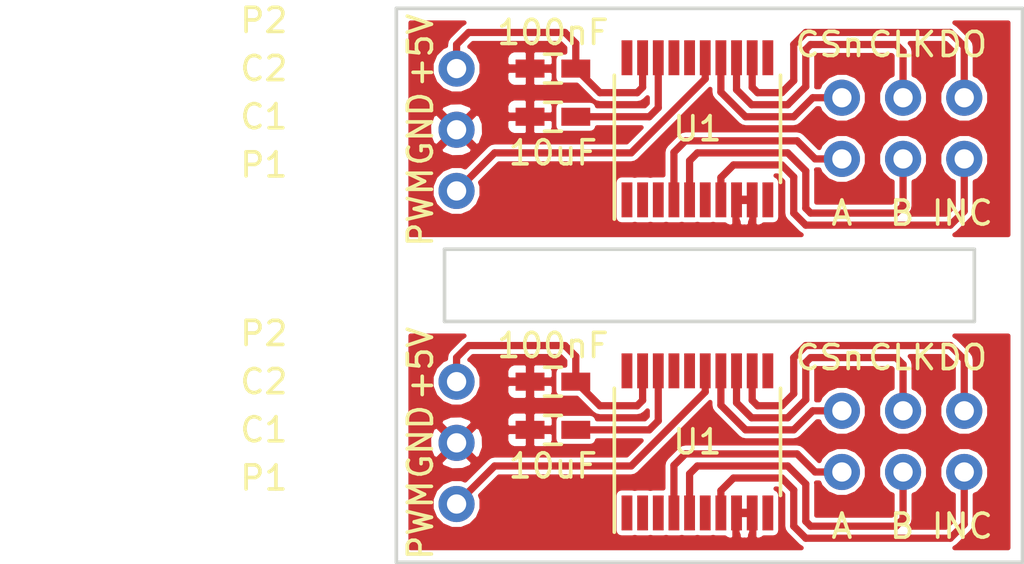
<source format=kicad_pcb>
(kicad_pcb (version 4) (host pcbnew 4.0.4-stable)

  (general
    (links 38)
    (no_connects 10)
    (area 13.924999 12.924999 40.075001 36.075001)
    (thickness 1.6)
    (drawings 31)
    (tracks 130)
    (zones 0)
    (modules 10)
    (nets 11)
  )

  (page A4)
  (layers
    (0 F.Cu signal)
    (31 B.Cu signal)
    (32 B.Adhes user)
    (33 F.Adhes user)
    (34 B.Paste user)
    (35 F.Paste user)
    (36 B.SilkS user)
    (37 F.SilkS user)
    (38 B.Mask user)
    (39 F.Mask user)
    (40 Dwgs.User user)
    (41 Cmts.User user)
    (42 Eco1.User user)
    (43 Eco2.User user)
    (44 Edge.Cuts user)
    (45 Margin user)
    (46 B.CrtYd user)
    (47 F.CrtYd user)
    (48 B.Fab user)
    (49 F.Fab user)
  )

  (setup
    (last_trace_width 0.3)
    (trace_clearance 0.1524)
    (zone_clearance 0.2)
    (zone_45_only no)
    (trace_min 0.1524)
    (segment_width 0.2)
    (edge_width 0.15)
    (via_size 0.6858)
    (via_drill 0.3302)
    (via_min_size 0.6858)
    (via_min_drill 0.3302)
    (uvia_size 0.762)
    (uvia_drill 0.508)
    (uvias_allowed no)
    (uvia_min_size 0)
    (uvia_min_drill 0)
    (pcb_text_width 0.3)
    (pcb_text_size 1.5 1.5)
    (mod_edge_width 0.15)
    (mod_text_size 1 1)
    (mod_text_width 0.15)
    (pad_size 1.2 0.75)
    (pad_drill 0)
    (pad_to_mask_clearance 0.2)
    (aux_axis_origin 0 0)
    (grid_origin 13 13)
    (visible_elements 7FFFFFFF)
    (pcbplotparams
      (layerselection 0x00000_00000001)
      (usegerberextensions false)
      (excludeedgelayer true)
      (linewidth 0.300000)
      (plotframeref false)
      (viasonmask false)
      (mode 1)
      (useauxorigin false)
      (hpglpennumber 1)
      (hpglpenspeed 20)
      (hpglpendiameter 15)
      (hpglpenoverlay 2)
      (psnegative false)
      (psa4output false)
      (plotreference false)
      (plotvalue false)
      (plotinvisibletext false)
      (padsonsilk false)
      (subtractmaskfromsilk false)
      (outputformat 1)
      (mirror false)
      (drillshape 0)
      (scaleselection 1)
      (outputdirectory Sensor_SVG/))
  )

  (net 0 "")
  (net 1 GND)
  (net 2 /A)
  (net 3 /B)
  (net 4 /INC)
  (net 5 "Net-(C1-Pad1)")
  (net 6 +5V)
  (net 7 /DO)
  (net 8 /PWM)
  (net 9 /CLK)
  (net 10 /CSn)

  (net_class Default "Dies ist die voreingestellte Netzklasse."
    (clearance 0.1524)
    (trace_width 0.3)
    (via_dia 0.6858)
    (via_drill 0.3302)
    (uvia_dia 0.762)
    (uvia_drill 0.508)
    (add_net +5V)
    (add_net /A)
    (add_net /B)
    (add_net /CLK)
    (add_net /CSn)
    (add_net /DO)
    (add_net /INC)
    (add_net /PWM)
    (add_net GND)
    (add_net "Net-(C1-Pad1)")
  )

  (module dro_footprints:Pin_Header_Straight_1x03 (layer F.Cu) (tedit 583C7A60) (tstamp 583C7FE7)
    (at 16.5 28.5)
    (descr "Through hole pin header")
    (tags "pin header")
    (path /5838720E)
    (fp_text reference P2 (at -8 -2) (layer F.SilkS)
      (effects (font (size 1 1) (thickness 0.15)))
    )
    (fp_text value CONN_01X03 (at -14 -2) (layer F.Fab)
      (effects (font (size 1 1) (thickness 0.15)))
    )
    (fp_line (start -1.75 -1.75) (end -1.75 6.85) (layer F.CrtYd) (width 0.05))
    (fp_line (start 1.75 -1.75) (end 1.75 6.85) (layer F.CrtYd) (width 0.05))
    (fp_line (start -1.75 -1.75) (end 1.75 -1.75) (layer F.CrtYd) (width 0.05))
    (fp_line (start -1.75 6.85) (end 1.75 6.85) (layer F.CrtYd) (width 0.05))
    (pad 1 thru_hole circle (at 0 0) (size 1.5 1.5) (drill 0.8) (layers F.Cu F.Mask)
      (net 6 +5V))
    (pad 2 thru_hole circle (at 0 2.54) (size 1.5 1.5) (drill 0.8) (layers F.Cu F.Mask)
      (net 1 GND))
    (pad 3 thru_hole circle (at 0 5.08) (size 1.5 1.5) (drill 0.8) (layers F.Cu F.Mask)
      (net 8 /PWM))
    (model Pin_Headers.3dshapes/Pin_Header_Straight_1x03.wrl
      (at (xyz 0 -0.1 0))
      (scale (xyz 1 1 1))
      (rotate (xyz 0 0 90))
    )
  )

  (module dro_footprints:Pin_Header_Straight_2x03 (layer F.Cu) (tedit 583C7ADE) (tstamp 583C7FDA)
    (at 32.5 32.25 90)
    (descr "Through hole pin header")
    (tags "pin header")
    (path /583871AD)
    (fp_text reference P1 (at -0.25 -24 180) (layer F.SilkS)
      (effects (font (size 1 1) (thickness 0.15)))
    )
    (fp_text value CONN_02X03 (at -0.25 -30 180) (layer F.Fab)
      (effects (font (size 1 1) (thickness 0.15)))
    )
    (fp_line (start -1.75 -1.75) (end -1.75 6.85) (layer F.CrtYd) (width 0.05))
    (fp_line (start 4.3 -1.75) (end 4.3 6.85) (layer F.CrtYd) (width 0.05))
    (fp_line (start -1.75 -1.75) (end 4.3 -1.75) (layer F.CrtYd) (width 0.05))
    (fp_line (start -1.75 6.85) (end 4.3 6.85) (layer F.CrtYd) (width 0.05))
    (pad 1 thru_hole circle (at 0 0 90) (size 1.5 1.5) (drill 0.8) (layers F.Cu F.Mask)
      (net 2 /A))
    (pad 2 thru_hole circle (at 2.54 0 90) (size 1.5 1.5) (drill 0.8) (layers F.Cu F.Mask)
      (net 10 /CSn))
    (pad 3 thru_hole circle (at 0 2.54 90) (size 1.5 1.5) (drill 0.8) (layers F.Cu F.Mask)
      (net 3 /B))
    (pad 4 thru_hole circle (at 2.54 2.54 90) (size 1.5 1.5) (drill 0.8) (layers F.Cu F.Mask)
      (net 9 /CLK))
    (pad 5 thru_hole circle (at 0 5.08 90) (size 1.5 1.5) (drill 0.8) (layers F.Cu F.Mask)
      (net 4 /INC))
    (pad 6 thru_hole circle (at 2.54 5.08 90) (size 1.5 1.5) (drill 0.8) (layers F.Cu F.Mask)
      (net 7 /DO))
    (model Pin_Headers.3dshapes/Pin_Header_Straight_2x03.wrl
      (at (xyz 0.05 -0.1 0))
      (scale (xyz 1 1 1))
      (rotate (xyz 0 0 90))
    )
  )

  (module Capacitors_SMD:C_0603_HandSoldering (layer F.Cu) (tedit 583C70A7) (tstamp 583C7FCB)
    (at 20.5 30.5 180)
    (descr "Capacitor SMD 0603, hand soldering")
    (tags "capacitor 0603")
    (path /583B67A4)
    (attr smd)
    (fp_text reference C1 (at 12 0 180) (layer F.SilkS)
      (effects (font (size 1 1) (thickness 0.15)))
    )
    (fp_text value 10uF (at 15 0 180) (layer F.Fab)
      (effects (font (size 1 1) (thickness 0.15)))
    )
    (fp_line (start -0.8 0.4) (end -0.8 -0.4) (layer F.Fab) (width 0.15))
    (fp_line (start 0.8 0.4) (end -0.8 0.4) (layer F.Fab) (width 0.15))
    (fp_line (start 0.8 -0.4) (end 0.8 0.4) (layer F.Fab) (width 0.15))
    (fp_line (start -0.8 -0.4) (end 0.8 -0.4) (layer F.Fab) (width 0.15))
    (fp_line (start -1.85 -0.75) (end 1.85 -0.75) (layer F.CrtYd) (width 0.05))
    (fp_line (start -1.85 0.75) (end 1.85 0.75) (layer F.CrtYd) (width 0.05))
    (fp_line (start -1.85 -0.75) (end -1.85 0.75) (layer F.CrtYd) (width 0.05))
    (fp_line (start 1.85 -0.75) (end 1.85 0.75) (layer F.CrtYd) (width 0.05))
    (fp_line (start -0.35 -0.6) (end 0.35 -0.6) (layer F.SilkS) (width 0.15))
    (fp_line (start 0.35 0.6) (end -0.35 0.6) (layer F.SilkS) (width 0.15))
    (pad 1 smd rect (at -0.95 0 180) (size 1.2 0.75) (layers F.Cu F.Paste F.Mask)
      (net 5 "Net-(C1-Pad1)"))
    (pad 2 smd rect (at 0.95 0 180) (size 1.2 0.75) (layers F.Cu F.Paste F.Mask)
      (net 1 GND))
    (model Capacitors_SMD.3dshapes/C_0603_HandSoldering.wrl
      (at (xyz 0 0 0))
      (scale (xyz 1 1 1))
      (rotate (xyz 0 0 0))
    )
  )

  (module Housings_SSOP:TSSOP-20_4.4x6.5mm_Pitch0.65mm (layer F.Cu) (tedit 583ACC32) (tstamp 583C7FA9)
    (at 26.5 31 90)
    (descr "20-Lead Plastic Thin Shrink Small Outline (ST)-4.4 mm Body [TSSOP] (see Microchip Packaging Specification 00000049BS.pdf)")
    (tags "SSOP 0.65")
    (path /58387FF7)
    (attr smd)
    (fp_text reference U1 (at 0 0 180) (layer F.SilkS)
      (effects (font (size 1 1) (thickness 0.15)))
    )
    (fp_text value AS5311 (at 1.27 0 180) (layer F.Fab)
      (effects (font (size 1 1) (thickness 0.15)))
    )
    (fp_line (start -1.2 -3.25) (end 2.2 -3.25) (layer F.Fab) (width 0.15))
    (fp_line (start 2.2 -3.25) (end 2.2 3.25) (layer F.Fab) (width 0.15))
    (fp_line (start 2.2 3.25) (end -2.2 3.25) (layer F.Fab) (width 0.15))
    (fp_line (start -2.2 3.25) (end -2.2 -2.25) (layer F.Fab) (width 0.15))
    (fp_line (start -2.2 -2.25) (end -1.2 -3.25) (layer F.Fab) (width 0.15))
    (fp_line (start -3.95 -3.55) (end -3.95 3.55) (layer F.CrtYd) (width 0.05))
    (fp_line (start 3.95 -3.55) (end 3.95 3.55) (layer F.CrtYd) (width 0.05))
    (fp_line (start -3.95 -3.55) (end 3.95 -3.55) (layer F.CrtYd) (width 0.05))
    (fp_line (start -3.95 3.55) (end 3.95 3.55) (layer F.CrtYd) (width 0.05))
    (fp_line (start -2.225 3.45) (end 2.225 3.45) (layer F.SilkS) (width 0.15))
    (fp_line (start -3.75 -3.45) (end 2.225 -3.45) (layer F.SilkS) (width 0.15))
    (pad 1 smd rect (at -2.95 -2.925 90) (size 1.45 0.45) (layers F.Cu F.Paste F.Mask))
    (pad 2 smd rect (at -2.95 -2.275 90) (size 1.45 0.45) (layers F.Cu F.Paste F.Mask))
    (pad 3 smd rect (at -2.95 -1.625 90) (size 1.45 0.45) (layers F.Cu F.Paste F.Mask))
    (pad 4 smd rect (at -2.95 -0.975 90) (size 1.45 0.45) (layers F.Cu F.Paste F.Mask)
      (net 2 /A))
    (pad 5 smd rect (at -2.95 -0.325 90) (size 1.45 0.45) (layers F.Cu F.Paste F.Mask)
      (net 3 /B))
    (pad 6 smd rect (at -2.95 0.325 90) (size 1.45 0.45) (layers F.Cu F.Paste F.Mask))
    (pad 7 smd rect (at -2.95 0.975 90) (size 1.45 0.45) (layers F.Cu F.Paste F.Mask)
      (net 4 /INC))
    (pad 8 smd rect (at -2.95 1.625 90) (size 1.45 0.45) (layers F.Cu F.Paste F.Mask)
      (net 1 GND))
    (pad 9 smd rect (at -2.95 2.275 90) (size 1.45 0.45) (layers F.Cu F.Paste F.Mask)
      (net 1 GND))
    (pad 10 smd rect (at -2.95 2.925 90) (size 1.45 0.45) (layers F.Cu F.Paste F.Mask))
    (pad 11 smd rect (at 2.95 2.925 90) (size 1.45 0.45) (layers F.Cu F.Paste F.Mask))
    (pad 12 smd rect (at 2.95 2.275 90) (size 1.45 0.45) (layers F.Cu F.Paste F.Mask)
      (net 7 /DO))
    (pad 13 smd rect (at 2.95 1.625 90) (size 1.45 0.45) (layers F.Cu F.Paste F.Mask)
      (net 9 /CLK))
    (pad 14 smd rect (at 2.95 0.975 90) (size 1.45 0.45) (layers F.Cu F.Paste F.Mask)
      (net 10 /CSn))
    (pad 15 smd rect (at 2.95 0.325 90) (size 1.45 0.45) (layers F.Cu F.Paste F.Mask)
      (net 8 /PWM))
    (pad 16 smd rect (at 2.95 -0.325 90) (size 1.45 0.45) (layers F.Cu F.Paste F.Mask))
    (pad 17 smd rect (at 2.95 -0.975 90) (size 1.45 0.45) (layers F.Cu F.Paste F.Mask))
    (pad 18 smd rect (at 2.95 -1.625 90) (size 1.45 0.45) (layers F.Cu F.Paste F.Mask)
      (net 5 "Net-(C1-Pad1)"))
    (pad 19 smd rect (at 2.95 -2.275 90) (size 1.45 0.45) (layers F.Cu F.Paste F.Mask)
      (net 6 +5V))
    (pad 20 smd rect (at 2.95 -2.925 90) (size 1.45 0.45) (layers F.Cu F.Paste F.Mask))
    (model Housings_SSOP.3dshapes/TSSOP-20_4.4x6.5mm_Pitch0.65mm.wrl
      (at (xyz 0 0 0))
      (scale (xyz 1 1 1))
      (rotate (xyz 0 0 0))
    )
  )

  (module Capacitors_SMD:C_0603_HandSoldering (layer F.Cu) (tedit 583C7C29) (tstamp 583C7F9A)
    (at 20.5 28.5 180)
    (descr "Capacitor SMD 0603, hand soldering")
    (tags "capacitor 0603")
    (path /583874B9)
    (attr smd)
    (fp_text reference C2 (at 12 0 360) (layer F.SilkS)
      (effects (font (size 1 1) (thickness 0.15)))
    )
    (fp_text value 100nF (at 15.5 0 360) (layer F.Fab)
      (effects (font (size 1 1) (thickness 0.15)))
    )
    (fp_line (start -0.8 0.4) (end -0.8 -0.4) (layer F.Fab) (width 0.15))
    (fp_line (start 0.8 0.4) (end -0.8 0.4) (layer F.Fab) (width 0.15))
    (fp_line (start 0.8 -0.4) (end 0.8 0.4) (layer F.Fab) (width 0.15))
    (fp_line (start -0.8 -0.4) (end 0.8 -0.4) (layer F.Fab) (width 0.15))
    (fp_line (start -1.85 -0.75) (end 1.85 -0.75) (layer F.CrtYd) (width 0.05))
    (fp_line (start -1.85 0.75) (end 1.85 0.75) (layer F.CrtYd) (width 0.05))
    (fp_line (start -1.85 -0.75) (end -1.85 0.75) (layer F.CrtYd) (width 0.05))
    (fp_line (start 1.85 -0.75) (end 1.85 0.75) (layer F.CrtYd) (width 0.05))
    (fp_line (start -0.35 -0.6) (end 0.35 -0.6) (layer F.SilkS) (width 0.15))
    (fp_line (start 0.35 0.6) (end -0.35 0.6) (layer F.SilkS) (width 0.15))
    (pad 1 smd rect (at -0.95 0 180) (size 1.2 0.75) (layers F.Cu F.Paste F.Mask)
      (net 6 +5V))
    (pad 2 smd rect (at 0.95 0 180) (size 1.2 0.75) (layers F.Cu F.Paste F.Mask)
      (net 1 GND))
    (model Capacitors_SMD.3dshapes/C_0603_HandSoldering.wrl
      (at (xyz 0 0 0))
      (scale (xyz 1 1 1))
      (rotate (xyz 0 0 0))
    )
  )

  (module Capacitors_SMD:C_0603_HandSoldering (layer F.Cu) (tedit 583C7C29) (tstamp 58388191)
    (at 20.5 15.5 180)
    (descr "Capacitor SMD 0603, hand soldering")
    (tags "capacitor 0603")
    (path /583874B9)
    (attr smd)
    (fp_text reference C2 (at 12 0 360) (layer F.SilkS)
      (effects (font (size 1 1) (thickness 0.15)))
    )
    (fp_text value 100nF (at 15.5 0 360) (layer F.Fab)
      (effects (font (size 1 1) (thickness 0.15)))
    )
    (fp_line (start -0.8 0.4) (end -0.8 -0.4) (layer F.Fab) (width 0.15))
    (fp_line (start 0.8 0.4) (end -0.8 0.4) (layer F.Fab) (width 0.15))
    (fp_line (start 0.8 -0.4) (end 0.8 0.4) (layer F.Fab) (width 0.15))
    (fp_line (start -0.8 -0.4) (end 0.8 -0.4) (layer F.Fab) (width 0.15))
    (fp_line (start -1.85 -0.75) (end 1.85 -0.75) (layer F.CrtYd) (width 0.05))
    (fp_line (start -1.85 0.75) (end 1.85 0.75) (layer F.CrtYd) (width 0.05))
    (fp_line (start -1.85 -0.75) (end -1.85 0.75) (layer F.CrtYd) (width 0.05))
    (fp_line (start 1.85 -0.75) (end 1.85 0.75) (layer F.CrtYd) (width 0.05))
    (fp_line (start -0.35 -0.6) (end 0.35 -0.6) (layer F.SilkS) (width 0.15))
    (fp_line (start 0.35 0.6) (end -0.35 0.6) (layer F.SilkS) (width 0.15))
    (pad 1 smd rect (at -0.95 0 180) (size 1.2 0.75) (layers F.Cu F.Paste F.Mask)
      (net 6 +5V))
    (pad 2 smd rect (at 0.95 0 180) (size 1.2 0.75) (layers F.Cu F.Paste F.Mask)
      (net 1 GND))
    (model Capacitors_SMD.3dshapes/C_0603_HandSoldering.wrl
      (at (xyz 0 0 0))
      (scale (xyz 1 1 1))
      (rotate (xyz 0 0 0))
    )
  )

  (module Housings_SSOP:TSSOP-20_4.4x6.5mm_Pitch0.65mm (layer F.Cu) (tedit 583ACC32) (tstamp 583881B5)
    (at 26.5 18 90)
    (descr "20-Lead Plastic Thin Shrink Small Outline (ST)-4.4 mm Body [TSSOP] (see Microchip Packaging Specification 00000049BS.pdf)")
    (tags "SSOP 0.65")
    (path /58387FF7)
    (attr smd)
    (fp_text reference U1 (at 0 0 180) (layer F.SilkS)
      (effects (font (size 1 1) (thickness 0.15)))
    )
    (fp_text value AS5311 (at 1.27 0 180) (layer F.Fab)
      (effects (font (size 1 1) (thickness 0.15)))
    )
    (fp_line (start -1.2 -3.25) (end 2.2 -3.25) (layer F.Fab) (width 0.15))
    (fp_line (start 2.2 -3.25) (end 2.2 3.25) (layer F.Fab) (width 0.15))
    (fp_line (start 2.2 3.25) (end -2.2 3.25) (layer F.Fab) (width 0.15))
    (fp_line (start -2.2 3.25) (end -2.2 -2.25) (layer F.Fab) (width 0.15))
    (fp_line (start -2.2 -2.25) (end -1.2 -3.25) (layer F.Fab) (width 0.15))
    (fp_line (start -3.95 -3.55) (end -3.95 3.55) (layer F.CrtYd) (width 0.05))
    (fp_line (start 3.95 -3.55) (end 3.95 3.55) (layer F.CrtYd) (width 0.05))
    (fp_line (start -3.95 -3.55) (end 3.95 -3.55) (layer F.CrtYd) (width 0.05))
    (fp_line (start -3.95 3.55) (end 3.95 3.55) (layer F.CrtYd) (width 0.05))
    (fp_line (start -2.225 3.45) (end 2.225 3.45) (layer F.SilkS) (width 0.15))
    (fp_line (start -3.75 -3.45) (end 2.225 -3.45) (layer F.SilkS) (width 0.15))
    (pad 1 smd rect (at -2.95 -2.925 90) (size 1.45 0.45) (layers F.Cu F.Paste F.Mask))
    (pad 2 smd rect (at -2.95 -2.275 90) (size 1.45 0.45) (layers F.Cu F.Paste F.Mask))
    (pad 3 smd rect (at -2.95 -1.625 90) (size 1.45 0.45) (layers F.Cu F.Paste F.Mask))
    (pad 4 smd rect (at -2.95 -0.975 90) (size 1.45 0.45) (layers F.Cu F.Paste F.Mask)
      (net 2 /A))
    (pad 5 smd rect (at -2.95 -0.325 90) (size 1.45 0.45) (layers F.Cu F.Paste F.Mask)
      (net 3 /B))
    (pad 6 smd rect (at -2.95 0.325 90) (size 1.45 0.45) (layers F.Cu F.Paste F.Mask))
    (pad 7 smd rect (at -2.95 0.975 90) (size 1.45 0.45) (layers F.Cu F.Paste F.Mask)
      (net 4 /INC))
    (pad 8 smd rect (at -2.95 1.625 90) (size 1.45 0.45) (layers F.Cu F.Paste F.Mask)
      (net 1 GND))
    (pad 9 smd rect (at -2.95 2.275 90) (size 1.45 0.45) (layers F.Cu F.Paste F.Mask)
      (net 1 GND))
    (pad 10 smd rect (at -2.95 2.925 90) (size 1.45 0.45) (layers F.Cu F.Paste F.Mask))
    (pad 11 smd rect (at 2.95 2.925 90) (size 1.45 0.45) (layers F.Cu F.Paste F.Mask))
    (pad 12 smd rect (at 2.95 2.275 90) (size 1.45 0.45) (layers F.Cu F.Paste F.Mask)
      (net 7 /DO))
    (pad 13 smd rect (at 2.95 1.625 90) (size 1.45 0.45) (layers F.Cu F.Paste F.Mask)
      (net 9 /CLK))
    (pad 14 smd rect (at 2.95 0.975 90) (size 1.45 0.45) (layers F.Cu F.Paste F.Mask)
      (net 10 /CSn))
    (pad 15 smd rect (at 2.95 0.325 90) (size 1.45 0.45) (layers F.Cu F.Paste F.Mask)
      (net 8 /PWM))
    (pad 16 smd rect (at 2.95 -0.325 90) (size 1.45 0.45) (layers F.Cu F.Paste F.Mask))
    (pad 17 smd rect (at 2.95 -0.975 90) (size 1.45 0.45) (layers F.Cu F.Paste F.Mask))
    (pad 18 smd rect (at 2.95 -1.625 90) (size 1.45 0.45) (layers F.Cu F.Paste F.Mask)
      (net 5 "Net-(C1-Pad1)"))
    (pad 19 smd rect (at 2.95 -2.275 90) (size 1.45 0.45) (layers F.Cu F.Paste F.Mask)
      (net 6 +5V))
    (pad 20 smd rect (at 2.95 -2.925 90) (size 1.45 0.45) (layers F.Cu F.Paste F.Mask))
    (model Housings_SSOP.3dshapes/TSSOP-20_4.4x6.5mm_Pitch0.65mm.wrl
      (at (xyz 0 0 0))
      (scale (xyz 1 1 1))
      (rotate (xyz 0 0 0))
    )
  )

  (module Capacitors_SMD:C_0603_HandSoldering (layer F.Cu) (tedit 583C70A7) (tstamp 583B6361)
    (at 20.5 17.5 180)
    (descr "Capacitor SMD 0603, hand soldering")
    (tags "capacitor 0603")
    (path /583B67A4)
    (attr smd)
    (fp_text reference C1 (at 12 0 180) (layer F.SilkS)
      (effects (font (size 1 1) (thickness 0.15)))
    )
    (fp_text value 10uF (at 15 0 180) (layer F.Fab)
      (effects (font (size 1 1) (thickness 0.15)))
    )
    (fp_line (start -0.8 0.4) (end -0.8 -0.4) (layer F.Fab) (width 0.15))
    (fp_line (start 0.8 0.4) (end -0.8 0.4) (layer F.Fab) (width 0.15))
    (fp_line (start 0.8 -0.4) (end 0.8 0.4) (layer F.Fab) (width 0.15))
    (fp_line (start -0.8 -0.4) (end 0.8 -0.4) (layer F.Fab) (width 0.15))
    (fp_line (start -1.85 -0.75) (end 1.85 -0.75) (layer F.CrtYd) (width 0.05))
    (fp_line (start -1.85 0.75) (end 1.85 0.75) (layer F.CrtYd) (width 0.05))
    (fp_line (start -1.85 -0.75) (end -1.85 0.75) (layer F.CrtYd) (width 0.05))
    (fp_line (start 1.85 -0.75) (end 1.85 0.75) (layer F.CrtYd) (width 0.05))
    (fp_line (start -0.35 -0.6) (end 0.35 -0.6) (layer F.SilkS) (width 0.15))
    (fp_line (start 0.35 0.6) (end -0.35 0.6) (layer F.SilkS) (width 0.15))
    (pad 1 smd rect (at -0.95 0 180) (size 1.2 0.75) (layers F.Cu F.Paste F.Mask)
      (net 5 "Net-(C1-Pad1)"))
    (pad 2 smd rect (at 0.95 0 180) (size 1.2 0.75) (layers F.Cu F.Paste F.Mask)
      (net 1 GND))
    (model Capacitors_SMD.3dshapes/C_0603_HandSoldering.wrl
      (at (xyz 0 0 0))
      (scale (xyz 1 1 1))
      (rotate (xyz 0 0 0))
    )
  )

  (module dro_footprints:Pin_Header_Straight_2x03 (layer F.Cu) (tedit 583C7ADE) (tstamp 583C7F6E)
    (at 32.5 19.25 90)
    (descr "Through hole pin header")
    (tags "pin header")
    (path /583871AD)
    (fp_text reference P1 (at -0.25 -24 180) (layer F.SilkS)
      (effects (font (size 1 1) (thickness 0.15)))
    )
    (fp_text value CONN_02X03 (at -0.25 -30 180) (layer F.Fab)
      (effects (font (size 1 1) (thickness 0.15)))
    )
    (fp_line (start -1.75 -1.75) (end -1.75 6.85) (layer F.CrtYd) (width 0.05))
    (fp_line (start 4.3 -1.75) (end 4.3 6.85) (layer F.CrtYd) (width 0.05))
    (fp_line (start -1.75 -1.75) (end 4.3 -1.75) (layer F.CrtYd) (width 0.05))
    (fp_line (start -1.75 6.85) (end 4.3 6.85) (layer F.CrtYd) (width 0.05))
    (pad 1 thru_hole circle (at 0 0 90) (size 1.5 1.5) (drill 0.8) (layers F.Cu F.Mask)
      (net 2 /A))
    (pad 2 thru_hole circle (at 2.54 0 90) (size 1.5 1.5) (drill 0.8) (layers F.Cu F.Mask)
      (net 10 /CSn))
    (pad 3 thru_hole circle (at 0 2.54 90) (size 1.5 1.5) (drill 0.8) (layers F.Cu F.Mask)
      (net 3 /B))
    (pad 4 thru_hole circle (at 2.54 2.54 90) (size 1.5 1.5) (drill 0.8) (layers F.Cu F.Mask)
      (net 9 /CLK))
    (pad 5 thru_hole circle (at 0 5.08 90) (size 1.5 1.5) (drill 0.8) (layers F.Cu F.Mask)
      (net 4 /INC))
    (pad 6 thru_hole circle (at 2.54 5.08 90) (size 1.5 1.5) (drill 0.8) (layers F.Cu F.Mask)
      (net 7 /DO))
    (model Pin_Headers.3dshapes/Pin_Header_Straight_2x03.wrl
      (at (xyz 0.05 -0.1 0))
      (scale (xyz 1 1 1))
      (rotate (xyz 0 0 90))
    )
  )

  (module dro_footprints:Pin_Header_Straight_1x03 (layer F.Cu) (tedit 583C7A60) (tstamp 583C7F7B)
    (at 16.5 15.5)
    (descr "Through hole pin header")
    (tags "pin header")
    (path /5838720E)
    (fp_text reference P2 (at -8 -2) (layer F.SilkS)
      (effects (font (size 1 1) (thickness 0.15)))
    )
    (fp_text value CONN_01X03 (at -14 -2) (layer F.Fab)
      (effects (font (size 1 1) (thickness 0.15)))
    )
    (fp_line (start -1.75 -1.75) (end -1.75 6.85) (layer F.CrtYd) (width 0.05))
    (fp_line (start 1.75 -1.75) (end 1.75 6.85) (layer F.CrtYd) (width 0.05))
    (fp_line (start -1.75 -1.75) (end 1.75 -1.75) (layer F.CrtYd) (width 0.05))
    (fp_line (start -1.75 6.85) (end 1.75 6.85) (layer F.CrtYd) (width 0.05))
    (pad 1 thru_hole circle (at 0 0) (size 1.5 1.5) (drill 0.8) (layers F.Cu F.Mask)
      (net 6 +5V))
    (pad 2 thru_hole circle (at 0 2.54) (size 1.5 1.5) (drill 0.8) (layers F.Cu F.Mask)
      (net 1 GND))
    (pad 3 thru_hole circle (at 0 5.08) (size 1.5 1.5) (drill 0.8) (layers F.Cu F.Mask)
      (net 8 /PWM))
    (model Pin_Headers.3dshapes/Pin_Header_Straight_1x03.wrl
      (at (xyz 0 -0.1 0))
      (scale (xyz 1 1 1))
      (rotate (xyz 0 0 90))
    )
  )

  (gr_text A (at 32.5 34.5) (layer F.SilkS) (tstamp 583C803C)
    (effects (font (size 1 1) (thickness 0.15)))
  )
  (gr_text B (at 35 34.5) (layer F.SilkS) (tstamp 583C803B)
    (effects (font (size 1 1) (thickness 0.15)))
  )
  (gr_text GND (at 15 31 90) (layer F.SilkS) (tstamp 583C803A)
    (effects (font (size 1 1) (thickness 0.15)))
  )
  (gr_text +5V (at 15 27.75 90) (layer F.SilkS) (tstamp 583C8039)
    (effects (font (size 1 1) (thickness 0.15)))
  )
  (gr_text INC (at 37.5 34.5) (layer F.SilkS) (tstamp 583C8038)
    (effects (font (size 1 1) (thickness 0.15)))
  )
  (gr_text 100nF (at 20.5 27) (layer F.SilkS) (tstamp 583C8037)
    (effects (font (size 1 1) (thickness 0.15)))
  )
  (gr_text 10uF (at 20.5 32) (layer F.SilkS) (tstamp 583C8036)
    (effects (font (size 1 1) (thickness 0.15)))
  )
  (gr_text CSn (at 32 27.5) (layer F.SilkS) (tstamp 583C8035)
    (effects (font (size 1 1) (thickness 0.15)))
  )
  (gr_text CLK (at 35 27.5) (layer F.SilkS) (tstamp 583C8034)
    (effects (font (size 1 1) (thickness 0.15)))
  )
  (gr_text DO (at 37.5 27.5) (layer F.SilkS) (tstamp 583C8033)
    (effects (font (size 1 1) (thickness 0.15)))
  )
  (gr_text PWM (at 15 34.25 90) (layer F.SilkS) (tstamp 583C8032)
    (effects (font (size 1 1) (thickness 0.15)))
  )
  (gr_text PWM (at 15 21.25 90) (layer F.SilkS)
    (effects (font (size 1 1) (thickness 0.15)))
  )
  (gr_line (start 38 26) (end 16 26) (angle 90) (layer Edge.Cuts) (width 0.15))
  (gr_line (start 38 23) (end 38 26) (angle 90) (layer Edge.Cuts) (width 0.15))
  (gr_line (start 16 23) (end 38 23) (angle 90) (layer Edge.Cuts) (width 0.15))
  (gr_line (start 40 36) (end 14 36) (angle 90) (layer Edge.Cuts) (width 0.15))
  (gr_line (start 40 13) (end 40 36) (angle 90) (layer Edge.Cuts) (width 0.15))
  (gr_line (start 14 13) (end 40 13) (angle 90) (layer Edge.Cuts) (width 0.15))
  (gr_text DO (at 37.5 14.5) (layer F.SilkS)
    (effects (font (size 1 1) (thickness 0.15)))
  )
  (gr_text CLK (at 35 14.5) (layer F.SilkS)
    (effects (font (size 1 1) (thickness 0.15)))
  )
  (gr_text CSn (at 32 14.5) (layer F.SilkS)
    (effects (font (size 1 1) (thickness 0.15)))
  )
  (gr_text 10uF (at 20.5 19) (layer F.SilkS)
    (effects (font (size 1 1) (thickness 0.15)))
  )
  (gr_line (start 14 36) (end 14 13) (angle 90) (layer Edge.Cuts) (width 0.15))
  (gr_line (start 16 23) (end 16 26) (angle 90) (layer Edge.Cuts) (width 0.15))
  (gr_text 100nF (at 20.5 14) (layer F.SilkS)
    (effects (font (size 1 1) (thickness 0.15)))
  )
  (gr_text INC (at 37.5 21.5) (layer F.SilkS)
    (effects (font (size 1 1) (thickness 0.15)))
  )
  (gr_text +5V (at 15 14.75 90) (layer F.SilkS)
    (effects (font (size 1 1) (thickness 0.15)))
  )
  (gr_text GND (at 15 18 90) (layer F.SilkS)
    (effects (font (size 1 1) (thickness 0.15)))
  )
  (gr_text B (at 35 21.5) (layer F.SilkS)
    (effects (font (size 1 1) (thickness 0.15)))
  )
  (gr_text A (at 32.5 21.5) (layer F.SilkS)
    (effects (font (size 1 1) (thickness 0.15)))
  )
  (gr_text "cut out" (at 24 24.5) (layer Dwgs.User)
    (effects (font (size 1.5 1.5) (thickness 0.3)))
  )

  (segment (start 16.96 31.5) (end 16.5 31.04) (width 0.3) (layer F.Cu) (net 1) (tstamp 583C7FF2))
  (segment (start 19.55 28.5) (end 19.55 28.55) (width 0.3) (layer F.Cu) (net 1) (tstamp 583C7FF1) (status 30))
  (segment (start 19.55 15.5) (end 19.55 15.55) (width 0.3) (layer F.Cu) (net 1) (status 30))
  (segment (start 16.96 18.5) (end 16.5 18.04) (width 0.3) (layer F.Cu) (net 1) (tstamp 583C71A4))
  (segment (start 25.525 31.975) (end 26 31.5) (width 0.3) (layer F.Cu) (net 2) (tstamp 583C7FF7))
  (segment (start 26 31.5) (end 30.639794 31.5) (width 0.3) (layer F.Cu) (net 2) (tstamp 583C7FF6))
  (segment (start 30.639794 31.5) (end 31.389794 32.25) (width 0.3) (layer F.Cu) (net 2) (tstamp 583C7FF5))
  (segment (start 31.389794 32.25) (end 32.5 32.25) (width 0.3) (layer F.Cu) (net 2) (tstamp 583C7FF4))
  (segment (start 25.525 33.95) (end 25.525 31.975) (width 0.3) (layer F.Cu) (net 2) (tstamp 583C7FF3))
  (segment (start 25.525 20.95) (end 25.525 18.975) (width 0.3) (layer F.Cu) (net 2))
  (segment (start 31.389794 19.25) (end 32.5 19.25) (width 0.3) (layer F.Cu) (net 2) (tstamp 583C7531))
  (segment (start 30.639794 18.5) (end 31.389794 19.25) (width 0.3) (layer F.Cu) (net 2) (tstamp 583C752A))
  (segment (start 26 18.5) (end 30.639794 18.5) (width 0.3) (layer F.Cu) (net 2) (tstamp 583C751E))
  (segment (start 25.525 18.975) (end 26 18.5) (width 0.3) (layer F.Cu) (net 2) (tstamp 583C751A))
  (segment (start 26.175 32.325) (end 26.5 32) (width 0.3) (layer F.Cu) (net 3) (tstamp 583C8000))
  (segment (start 26.5 32) (end 30.25 32) (width 0.3) (layer F.Cu) (net 3) (tstamp 583C7FFF))
  (segment (start 30.25 32) (end 31 32.75) (width 0.3) (layer F.Cu) (net 3) (tstamp 583C7FFE))
  (segment (start 31 32.75) (end 31 34.297598) (width 0.3) (layer F.Cu) (net 3) (tstamp 583C7FFD))
  (segment (start 31 34.297598) (end 31.202402 34.5) (width 0.3) (layer F.Cu) (net 3) (tstamp 583C7FFC))
  (segment (start 31.202402 34.5) (end 34.75 34.5) (width 0.3) (layer F.Cu) (net 3) (tstamp 583C7FFB))
  (segment (start 34.75 34.5) (end 35.04 34.21) (width 0.3) (layer F.Cu) (net 3) (tstamp 583C7FFA))
  (segment (start 35.04 34.21) (end 35.04 32.25) (width 0.3) (layer F.Cu) (net 3) (tstamp 583C7FF9))
  (segment (start 26.175 33.95) (end 26.175 32.325) (width 0.3) (layer F.Cu) (net 3) (tstamp 583C7FF8))
  (segment (start 26.175 20.95) (end 26.175 19.325) (width 0.3) (layer F.Cu) (net 3))
  (segment (start 35.04 21.21) (end 35.04 19.25) (width 0.3) (layer F.Cu) (net 3) (tstamp 583C756C))
  (segment (start 34.75 21.5) (end 35.04 21.21) (width 0.3) (layer F.Cu) (net 3) (tstamp 583C756A))
  (segment (start 31.202402 21.5) (end 34.75 21.5) (width 0.3) (layer F.Cu) (net 3) (tstamp 583C7566))
  (segment (start 31 21.297598) (end 31.202402 21.5) (width 0.3) (layer F.Cu) (net 3) (tstamp 583C7565))
  (segment (start 31 19.75) (end 31 21.297598) (width 0.3) (layer F.Cu) (net 3) (tstamp 583C7561))
  (segment (start 30.25 19) (end 31 19.75) (width 0.3) (layer F.Cu) (net 3) (tstamp 583C755B))
  (segment (start 26.5 19) (end 30.25 19) (width 0.3) (layer F.Cu) (net 3) (tstamp 583C7557))
  (segment (start 26.175 19.325) (end 26.5 19) (width 0.3) (layer F.Cu) (net 3) (tstamp 583C754F))
  (segment (start 27.475 33.025) (end 28 32.5) (width 0.3) (layer F.Cu) (net 4) (tstamp 583C8009))
  (segment (start 28 32.5) (end 30 32.5) (width 0.3) (layer F.Cu) (net 4) (tstamp 583C8008))
  (segment (start 30 32.5) (end 30.5 33) (width 0.3) (layer F.Cu) (net 4) (tstamp 583C8007))
  (segment (start 30.5 33) (end 30.5 34.5) (width 0.3) (layer F.Cu) (net 4) (tstamp 583C8006))
  (segment (start 30.5 34.5) (end 31 35) (width 0.3) (layer F.Cu) (net 4) (tstamp 583C8005))
  (segment (start 31 35) (end 37 35) (width 0.3) (layer F.Cu) (net 4) (tstamp 583C8004))
  (segment (start 37 35) (end 37.58 34.42) (width 0.3) (layer F.Cu) (net 4) (tstamp 583C8003))
  (segment (start 37.58 34.42) (end 37.58 32.25) (width 0.3) (layer F.Cu) (net 4) (tstamp 583C8002))
  (segment (start 27.475 33.95) (end 27.475 33.025) (width 0.3) (layer F.Cu) (net 4) (tstamp 583C8001))
  (segment (start 27.475 20.95) (end 27.475 20.025) (width 0.3) (layer F.Cu) (net 4))
  (segment (start 37.58 21.42) (end 37.58 19.25) (width 0.3) (layer F.Cu) (net 4) (tstamp 583C74EB))
  (segment (start 37 22) (end 37.58 21.42) (width 0.3) (layer F.Cu) (net 4) (tstamp 583C74E9))
  (segment (start 31 22) (end 37 22) (width 0.3) (layer F.Cu) (net 4) (tstamp 583C74E3))
  (segment (start 30.5 21.5) (end 31 22) (width 0.3) (layer F.Cu) (net 4) (tstamp 583C74E2))
  (segment (start 30.5 20) (end 30.5 21.5) (width 0.3) (layer F.Cu) (net 4) (tstamp 583C74E0))
  (segment (start 30 19.5) (end 30.5 20) (width 0.3) (layer F.Cu) (net 4) (tstamp 583C74DE))
  (segment (start 28 19.5) (end 30 19.5) (width 0.3) (layer F.Cu) (net 4) (tstamp 583C74DC))
  (segment (start 27.475 20.025) (end 28 19.5) (width 0.3) (layer F.Cu) (net 4) (tstamp 583C74D3))
  (segment (start 24.875 30.125) (end 24.5 30.5) (width 0.3) (layer F.Cu) (net 5) (tstamp 583C800C))
  (segment (start 24.5 30.5) (end 21.45 30.5) (width 0.3) (layer F.Cu) (net 5) (tstamp 583C800B))
  (segment (start 24.875 28.05) (end 24.875 30.125) (width 0.3) (layer F.Cu) (net 5) (tstamp 583C800A))
  (segment (start 24.875 15.05) (end 24.875 17.125) (width 0.3) (layer F.Cu) (net 5))
  (segment (start 24.5 17.5) (end 21.45 17.5) (width 0.3) (layer F.Cu) (net 5) (tstamp 583C7120))
  (segment (start 24.875 17.125) (end 24.5 17.5) (width 0.3) (layer F.Cu) (net 5) (tstamp 583C711A))
  (segment (start 21.5 28.55) (end 21.45 28.5) (width 0.3) (layer F.Cu) (net 6) (tstamp 583C8016) (status 30))
  (segment (start 24.225 29.275) (end 24 29.5) (width 0.3) (layer F.Cu) (net 6) (tstamp 583C8015))
  (segment (start 24 29.5) (end 22.45 29.5) (width 0.3) (layer F.Cu) (net 6) (tstamp 583C8014))
  (segment (start 22.45 29.5) (end 21.45 28.5) (width 0.3) (layer F.Cu) (net 6) (tstamp 583C8013))
  (segment (start 24.225 28.05) (end 24.225 29.275) (width 0.3) (layer F.Cu) (net 6) (tstamp 583C8012))
  (segment (start 21.45 28.5) (end 21.45 27.45) (width 0.3) (layer F.Cu) (net 6) (tstamp 583C8011))
  (segment (start 21.45 27.45) (end 21 27) (width 0.3) (layer F.Cu) (net 6) (tstamp 583C8010))
  (segment (start 21 27) (end 17 27) (width 0.3) (layer F.Cu) (net 6) (tstamp 583C800F))
  (segment (start 17 27) (end 16.5 27.5) (width 0.3) (layer F.Cu) (net 6) (tstamp 583C800E))
  (segment (start 16.5 27.5) (end 16.5 28.5) (width 0.3) (layer F.Cu) (net 6) (tstamp 583C800D))
  (segment (start 16.5 14.5) (end 16.5 15.5) (width 0.3) (layer F.Cu) (net 6) (tstamp 583C71DB))
  (segment (start 17 14) (end 16.5 14.5) (width 0.3) (layer F.Cu) (net 6) (tstamp 583C71DA))
  (segment (start 21 14) (end 17 14) (width 0.3) (layer F.Cu) (net 6) (tstamp 583C71D7))
  (segment (start 21.45 14.45) (end 21 14) (width 0.3) (layer F.Cu) (net 6) (tstamp 583C71D6))
  (segment (start 21.45 15.5) (end 21.45 14.45) (width 0.3) (layer F.Cu) (net 6))
  (segment (start 24.225 15.05) (end 24.225 16.275) (width 0.3) (layer F.Cu) (net 6))
  (segment (start 22.45 16.5) (end 21.45 15.5) (width 0.3) (layer F.Cu) (net 6) (tstamp 583C7114))
  (segment (start 24 16.5) (end 22.45 16.5) (width 0.3) (layer F.Cu) (net 6) (tstamp 583C7110))
  (segment (start 24.225 16.275) (end 24 16.5) (width 0.3) (layer F.Cu) (net 6) (tstamp 583C7109))
  (segment (start 21.5 15.55) (end 21.45 15.5) (width 0.3) (layer F.Cu) (net 6) (tstamp 5838CAE9) (status 30))
  (segment (start 28.775 29.275) (end 29 29.5) (width 0.3) (layer F.Cu) (net 7) (tstamp 583C801F))
  (segment (start 29 29.5) (end 30 29.5) (width 0.3) (layer F.Cu) (net 7) (tstamp 583C801E))
  (segment (start 30 29.5) (end 30.5 29) (width 0.3) (layer F.Cu) (net 7) (tstamp 583C801D))
  (segment (start 30.5 29) (end 30.5 27.5) (width 0.3) (layer F.Cu) (net 7) (tstamp 583C801C))
  (segment (start 30.5 27.5) (end 31 27) (width 0.3) (layer F.Cu) (net 7) (tstamp 583C801B))
  (segment (start 31 27) (end 37 27) (width 0.3) (layer F.Cu) (net 7) (tstamp 583C801A))
  (segment (start 37 27) (end 37.58 27.58) (width 0.3) (layer F.Cu) (net 7) (tstamp 583C8019))
  (segment (start 37.58 27.58) (end 37.58 29.71) (width 0.3) (layer F.Cu) (net 7) (tstamp 583C8018))
  (segment (start 28.775 28.05) (end 28.775 29.275) (width 0.3) (layer F.Cu) (net 7) (tstamp 583C8017))
  (segment (start 28.775 15.05) (end 28.775 16.275) (width 0.3) (layer F.Cu) (net 7))
  (segment (start 37.58 14.58) (end 37.58 16.71) (width 0.3) (layer F.Cu) (net 7) (tstamp 583C7474))
  (segment (start 37 14) (end 37.58 14.58) (width 0.3) (layer F.Cu) (net 7) (tstamp 583C7471))
  (segment (start 31 14) (end 37 14) (width 0.3) (layer F.Cu) (net 7) (tstamp 583C746F))
  (segment (start 30.5 14.5) (end 31 14) (width 0.3) (layer F.Cu) (net 7) (tstamp 583C746E))
  (segment (start 30.5 16) (end 30.5 14.5) (width 0.3) (layer F.Cu) (net 7) (tstamp 583C746C))
  (segment (start 30 16.5) (end 30.5 16) (width 0.3) (layer F.Cu) (net 7) (tstamp 583C7468))
  (segment (start 29 16.5) (end 30 16.5) (width 0.3) (layer F.Cu) (net 7) (tstamp 583C7465))
  (segment (start 28.775 16.275) (end 29 16.5) (width 0.3) (layer F.Cu) (net 7) (tstamp 583C7461))
  (segment (start 26.825 28.925) (end 23.75 32) (width 0.3) (layer F.Cu) (net 8) (tstamp 583C8023))
  (segment (start 23.75 32) (end 18.08 32) (width 0.3) (layer F.Cu) (net 8) (tstamp 583C8022))
  (segment (start 18.08 32) (end 16.5 33.58) (width 0.3) (layer F.Cu) (net 8) (tstamp 583C8021))
  (segment (start 26.825 28.05) (end 26.825 28.925) (width 0.3) (layer F.Cu) (net 8) (tstamp 583C8020))
  (segment (start 26.825 15.05) (end 26.825 15.925) (width 0.3) (layer F.Cu) (net 8))
  (segment (start 18.08 19) (end 16.5 20.58) (width 0.3) (layer F.Cu) (net 8) (tstamp 583C7F90))
  (segment (start 23.75 19) (end 18.08 19) (width 0.3) (layer F.Cu) (net 8) (tstamp 583C7F8E))
  (segment (start 26.825 15.925) (end 23.75 19) (width 0.3) (layer F.Cu) (net 8) (tstamp 583C7F8D))
  (segment (start 28.125 29.375) (end 28.75 30) (width 0.3) (layer F.Cu) (net 9) (tstamp 583C802C))
  (segment (start 28.75 30) (end 30.25 30) (width 0.3) (layer F.Cu) (net 9) (tstamp 583C802B))
  (segment (start 30.25 30) (end 31 29.25) (width 0.3) (layer F.Cu) (net 9) (tstamp 583C802A))
  (segment (start 31 29.25) (end 31 27.702402) (width 0.3) (layer F.Cu) (net 9) (tstamp 583C8029))
  (segment (start 31 27.702402) (end 31.202402 27.5) (width 0.3) (layer F.Cu) (net 9) (tstamp 583C8028))
  (segment (start 31.202402 27.5) (end 34.75 27.5) (width 0.3) (layer F.Cu) (net 9) (tstamp 583C8027))
  (segment (start 34.75 27.5) (end 35.04 27.79) (width 0.3) (layer F.Cu) (net 9) (tstamp 583C8026))
  (segment (start 35.04 27.79) (end 35.04 29.71) (width 0.3) (layer F.Cu) (net 9) (tstamp 583C8025))
  (segment (start 28.125 28.05) (end 28.125 29.375) (width 0.3) (layer F.Cu) (net 9) (tstamp 583C8024))
  (segment (start 28.125 15.05) (end 28.125 16.375) (width 0.3) (layer F.Cu) (net 9))
  (segment (start 35.04 14.79) (end 35.04 16.71) (width 0.3) (layer F.Cu) (net 9) (tstamp 583C74A2))
  (segment (start 34.75 14.5) (end 35.04 14.79) (width 0.3) (layer F.Cu) (net 9) (tstamp 583C74A0))
  (segment (start 31.202402 14.5) (end 34.75 14.5) (width 0.3) (layer F.Cu) (net 9) (tstamp 583C749E))
  (segment (start 31 14.702402) (end 31.202402 14.5) (width 0.3) (layer F.Cu) (net 9) (tstamp 583C749C))
  (segment (start 31 16.25) (end 31 14.702402) (width 0.3) (layer F.Cu) (net 9) (tstamp 583C7497))
  (segment (start 30.25 17) (end 31 16.25) (width 0.3) (layer F.Cu) (net 9) (tstamp 583C7492))
  (segment (start 28.75 17) (end 30.25 17) (width 0.3) (layer F.Cu) (net 9) (tstamp 583C748F))
  (segment (start 28.125 16.375) (end 28.75 17) (width 0.3) (layer F.Cu) (net 9) (tstamp 583C747B))
  (segment (start 27.475 29.475) (end 28.5 30.5) (width 0.3) (layer F.Cu) (net 10) (tstamp 583C8031))
  (segment (start 28.5 30.5) (end 30.5 30.5) (width 0.3) (layer F.Cu) (net 10) (tstamp 583C8030))
  (segment (start 30.5 30.5) (end 31.29 29.71) (width 0.3) (layer F.Cu) (net 10) (tstamp 583C802F))
  (segment (start 31.29 29.71) (end 32.5 29.71) (width 0.3) (layer F.Cu) (net 10) (tstamp 583C802E))
  (segment (start 27.475 28.05) (end 27.475 29.475) (width 0.3) (layer F.Cu) (net 10) (tstamp 583C802D))
  (segment (start 27.475 15.05) (end 27.475 16.475) (width 0.3) (layer F.Cu) (net 10))
  (segment (start 31.29 16.71) (end 32.5 16.71) (width 0.3) (layer F.Cu) (net 10) (tstamp 583C74C9))
  (segment (start 30.5 17.5) (end 31.29 16.71) (width 0.3) (layer F.Cu) (net 10) (tstamp 583C74C3))
  (segment (start 28.5 17.5) (end 30.5 17.5) (width 0.3) (layer F.Cu) (net 10) (tstamp 583C74C1))
  (segment (start 27.475 16.475) (end 28.5 17.5) (width 0.3) (layer F.Cu) (net 10) (tstamp 583C74BD))

  (zone (net 1) (net_name GND) (layer F.Cu) (tstamp 583AD10B) (hatch edge 0.508)
    (connect_pads (clearance 0.2))
    (min_thickness 0.19)
    (fill yes (arc_segments 16) (thermal_gap 0.3) (thermal_bridge_width 0.35))
    (polygon
      (pts
        (xy 39.5 22.5) (xy 14.5 22.5) (xy 14.5 13.5) (xy 39.5 13.5)
      )
    )
    (filled_polygon
      (pts
        (xy 16.685337 13.685337) (xy 16.685335 13.68534) (xy 16.185337 14.185337) (xy 16.088874 14.329706) (xy 16.054999 14.5)
        (xy 16.055 14.500005) (xy 16.055 14.553178) (xy 15.908828 14.613575) (xy 15.614608 14.907282) (xy 15.455182 15.291225)
        (xy 15.454819 15.706951) (xy 15.613575 16.091172) (xy 15.907282 16.385392) (xy 16.291225 16.544818) (xy 16.706951 16.545181)
        (xy 17.091172 16.386425) (xy 17.385392 16.092718) (xy 17.544818 15.708775) (xy 17.544844 15.67875) (xy 18.555 15.67875)
        (xy 18.555 15.953571) (xy 18.615135 16.09875) (xy 18.726251 16.209865) (xy 18.87143 16.27) (xy 19.37125 16.27)
        (xy 19.47 16.17125) (xy 19.47 15.58) (xy 19.63 15.58) (xy 19.63 16.17125) (xy 19.72875 16.27)
        (xy 20.22857 16.27) (xy 20.373749 16.209865) (xy 20.484865 16.09875) (xy 20.545 15.953571) (xy 20.545 15.67875)
        (xy 20.44625 15.58) (xy 19.63 15.58) (xy 19.47 15.58) (xy 18.65375 15.58) (xy 18.555 15.67875)
        (xy 17.544844 15.67875) (xy 17.545181 15.293049) (xy 17.443281 15.046429) (xy 18.555 15.046429) (xy 18.555 15.32125)
        (xy 18.65375 15.42) (xy 19.47 15.42) (xy 19.47 14.82875) (xy 19.63 14.82875) (xy 19.63 15.42)
        (xy 20.44625 15.42) (xy 20.545 15.32125) (xy 20.545 15.046429) (xy 20.484865 14.90125) (xy 20.373749 14.790135)
        (xy 20.22857 14.73) (xy 19.72875 14.73) (xy 19.63 14.82875) (xy 19.47 14.82875) (xy 19.37125 14.73)
        (xy 18.87143 14.73) (xy 18.726251 14.790135) (xy 18.615135 14.90125) (xy 18.555 15.046429) (xy 17.443281 15.046429)
        (xy 17.386425 14.908828) (xy 17.092718 14.614608) (xy 17.037603 14.591722) (xy 17.184325 14.445) (xy 20.815674 14.445)
        (xy 21.005 14.634325) (xy 21.005 14.824221) (xy 20.85 14.824221) (xy 20.74068 14.844791) (xy 20.640276 14.909399)
        (xy 20.572918 15.00798) (xy 20.549221 15.125) (xy 20.549221 15.875) (xy 20.569791 15.98432) (xy 20.634399 16.084724)
        (xy 20.73298 16.152082) (xy 20.85 16.175779) (xy 21.496453 16.175779) (xy 22.135335 16.81466) (xy 22.135337 16.814663)
        (xy 22.246318 16.888817) (xy 22.279706 16.911126) (xy 22.45 16.945001) (xy 22.450005 16.945) (xy 23.999995 16.945)
        (xy 24 16.945001) (xy 24.170294 16.911126) (xy 24.314663 16.814663) (xy 24.43 16.699325) (xy 24.43 16.940675)
        (xy 24.315674 17.055) (xy 22.337608 17.055) (xy 22.330209 17.01568) (xy 22.265601 16.915276) (xy 22.16702 16.847918)
        (xy 22.05 16.824221) (xy 20.85 16.824221) (xy 20.74068 16.844791) (xy 20.640276 16.909399) (xy 20.572918 17.00798)
        (xy 20.549221 17.125) (xy 20.549221 17.875) (xy 20.569791 17.98432) (xy 20.634399 18.084724) (xy 20.73298 18.152082)
        (xy 20.85 18.175779) (xy 22.05 18.175779) (xy 22.15932 18.155209) (xy 22.259724 18.090601) (xy 22.327082 17.99202)
        (xy 22.336604 17.945) (xy 24.175674 17.945) (xy 23.565674 18.555) (xy 18.08 18.555) (xy 17.909706 18.588874)
        (xy 17.765337 18.685337) (xy 17.765335 18.68534) (xy 16.854841 19.595833) (xy 16.708775 19.535182) (xy 16.293049 19.534819)
        (xy 15.908828 19.693575) (xy 15.614608 19.987282) (xy 15.455182 20.371225) (xy 15.454819 20.786951) (xy 15.613575 21.171172)
        (xy 15.907282 21.465392) (xy 16.291225 21.624818) (xy 16.706951 21.625181) (xy 17.091172 21.466425) (xy 17.385392 21.172718)
        (xy 17.544818 20.788775) (xy 17.545181 20.373049) (xy 17.484101 20.225224) (xy 18.264325 19.445) (xy 23.749995 19.445)
        (xy 23.75 19.445001) (xy 23.920294 19.411126) (xy 24.064663 19.314663) (xy 27.03 16.349325) (xy 27.03 16.474995)
        (xy 27.029999 16.475) (xy 27.063874 16.645294) (xy 27.160337 16.789663) (xy 28.185335 17.81466) (xy 28.185337 17.814663)
        (xy 28.275639 17.875) (xy 28.329706 17.911126) (xy 28.5 17.945001) (xy 28.500005 17.945) (xy 30.499995 17.945)
        (xy 30.5 17.945001) (xy 30.670294 17.911126) (xy 30.814663 17.814663) (xy 31.474325 17.155) (xy 31.553178 17.155)
        (xy 31.613575 17.301172) (xy 31.907282 17.595392) (xy 32.291225 17.754818) (xy 32.706951 17.755181) (xy 33.091172 17.596425)
        (xy 33.385392 17.302718) (xy 33.544818 16.918775) (xy 33.545181 16.503049) (xy 33.386425 16.118828) (xy 33.092718 15.824608)
        (xy 32.708775 15.665182) (xy 32.293049 15.664819) (xy 31.908828 15.823575) (xy 31.614608 16.117282) (xy 31.553271 16.265)
        (xy 31.442017 16.265) (xy 31.445001 16.25) (xy 31.445 16.249995) (xy 31.445 14.945) (xy 34.565674 14.945)
        (xy 34.595 14.974325) (xy 34.595 15.763178) (xy 34.448828 15.823575) (xy 34.154608 16.117282) (xy 33.995182 16.501225)
        (xy 33.994819 16.916951) (xy 34.153575 17.301172) (xy 34.447282 17.595392) (xy 34.831225 17.754818) (xy 35.246951 17.755181)
        (xy 35.631172 17.596425) (xy 35.925392 17.302718) (xy 36.084818 16.918775) (xy 36.085181 16.503049) (xy 35.926425 16.118828)
        (xy 35.632718 15.824608) (xy 35.485 15.763271) (xy 35.485 14.790005) (xy 35.485001 14.79) (xy 35.451126 14.619706)
        (xy 35.4413 14.605) (xy 35.354663 14.475337) (xy 35.35466 14.475335) (xy 35.324325 14.445) (xy 36.815674 14.445)
        (xy 37.135 14.764325) (xy 37.135 15.763178) (xy 36.988828 15.823575) (xy 36.694608 16.117282) (xy 36.535182 16.501225)
        (xy 36.534819 16.916951) (xy 36.693575 17.301172) (xy 36.987282 17.595392) (xy 37.371225 17.754818) (xy 37.786951 17.755181)
        (xy 38.171172 17.596425) (xy 38.465392 17.302718) (xy 38.624818 16.918775) (xy 38.625181 16.503049) (xy 38.466425 16.118828)
        (xy 38.172718 15.824608) (xy 38.025 15.763271) (xy 38.025 14.580005) (xy 38.025001 14.58) (xy 37.991126 14.409706)
        (xy 37.92762 14.314662) (xy 37.894663 14.265337) (xy 37.89466 14.265335) (xy 37.314663 13.685337) (xy 37.179462 13.595)
        (xy 39.405 13.595) (xy 39.405 22.405) (xy 37.179462 22.405) (xy 37.314663 22.314663) (xy 37.89466 21.734665)
        (xy 37.894663 21.734663) (xy 37.991126 21.590294) (xy 37.991408 21.588874) (xy 38.025001 21.42) (xy 38.025 21.419995)
        (xy 38.025 20.196822) (xy 38.171172 20.136425) (xy 38.465392 19.842718) (xy 38.624818 19.458775) (xy 38.625181 19.043049)
        (xy 38.466425 18.658828) (xy 38.172718 18.364608) (xy 37.788775 18.205182) (xy 37.373049 18.204819) (xy 36.988828 18.363575)
        (xy 36.694608 18.657282) (xy 36.535182 19.041225) (xy 36.534819 19.456951) (xy 36.693575 19.841172) (xy 36.987282 20.135392)
        (xy 37.135 20.196729) (xy 37.135 21.235675) (xy 36.815674 21.555) (xy 35.324325 21.555) (xy 35.35466 21.524665)
        (xy 35.354663 21.524663) (xy 35.451126 21.380294) (xy 35.461189 21.329706) (xy 35.485001 21.21) (xy 35.485 21.209995)
        (xy 35.485 20.196822) (xy 35.631172 20.136425) (xy 35.925392 19.842718) (xy 36.084818 19.458775) (xy 36.085181 19.043049)
        (xy 35.926425 18.658828) (xy 35.632718 18.364608) (xy 35.248775 18.205182) (xy 34.833049 18.204819) (xy 34.448828 18.363575)
        (xy 34.154608 18.657282) (xy 33.995182 19.041225) (xy 33.994819 19.456951) (xy 34.153575 19.841172) (xy 34.447282 20.135392)
        (xy 34.595 20.196729) (xy 34.595 21.025675) (xy 34.565674 21.055) (xy 31.445 21.055) (xy 31.445 19.750005)
        (xy 31.445001 19.75) (xy 31.43406 19.695) (xy 31.553178 19.695) (xy 31.613575 19.841172) (xy 31.907282 20.135392)
        (xy 32.291225 20.294818) (xy 32.706951 20.295181) (xy 33.091172 20.136425) (xy 33.385392 19.842718) (xy 33.544818 19.458775)
        (xy 33.545181 19.043049) (xy 33.386425 18.658828) (xy 33.092718 18.364608) (xy 32.708775 18.205182) (xy 32.293049 18.204819)
        (xy 31.908828 18.363575) (xy 31.614608 18.657282) (xy 31.559388 18.790268) (xy 30.954457 18.185337) (xy 30.810088 18.088874)
        (xy 30.639794 18.054999) (xy 30.639789 18.055) (xy 26 18.055) (xy 25.829706 18.088874) (xy 25.685337 18.185337)
        (xy 25.685335 18.18534) (xy 25.210337 18.660337) (xy 25.113874 18.804706) (xy 25.079999 18.975) (xy 25.08 18.975005)
        (xy 25.08 19.924221) (xy 24.65 19.924221) (xy 24.546329 19.943728) (xy 24.45 19.924221) (xy 24 19.924221)
        (xy 23.896329 19.943728) (xy 23.8 19.924221) (xy 23.35 19.924221) (xy 23.24068 19.944791) (xy 23.140276 20.009399)
        (xy 23.072918 20.10798) (xy 23.049221 20.225) (xy 23.049221 21.675) (xy 23.069791 21.78432) (xy 23.134399 21.884724)
        (xy 23.23298 21.952082) (xy 23.35 21.975779) (xy 23.8 21.975779) (xy 23.903671 21.956272) (xy 24 21.975779)
        (xy 24.45 21.975779) (xy 24.553671 21.956272) (xy 24.65 21.975779) (xy 25.1 21.975779) (xy 25.203671 21.956272)
        (xy 25.3 21.975779) (xy 25.75 21.975779) (xy 25.853671 21.956272) (xy 25.95 21.975779) (xy 26.4 21.975779)
        (xy 26.503671 21.956272) (xy 26.6 21.975779) (xy 27.05 21.975779) (xy 27.153671 21.956272) (xy 27.25 21.975779)
        (xy 27.642164 21.975779) (xy 27.67625 22.009865) (xy 27.821429 22.07) (xy 27.94625 22.07) (xy 28.045 21.97125)
        (xy 28.045 21.12875) (xy 28.155 21.12875) (xy 28.155 21.75357) (xy 28.205 21.874281) (xy 28.205 21.97125)
        (xy 28.30375 22.07) (xy 28.428571 22.07) (xy 28.45 22.061124) (xy 28.471429 22.07) (xy 28.59625 22.07)
        (xy 28.695 21.97125) (xy 28.695 21.874281) (xy 28.745 21.75357) (xy 28.745 21.12875) (xy 28.695 21.07875)
        (xy 28.695 21.03) (xy 28.205 21.03) (xy 28.205 21.07875) (xy 28.155 21.12875) (xy 28.045 21.12875)
        (xy 28.045 21.03) (xy 28.025 21.03) (xy 28.025 20.87) (xy 28.045 20.87) (xy 28.045 20.85)
        (xy 28.205 20.85) (xy 28.205 20.87) (xy 28.695 20.87) (xy 28.695 20.85) (xy 28.855 20.85)
        (xy 28.855 20.87) (xy 28.875 20.87) (xy 28.875 21.03) (xy 28.855 21.03) (xy 28.855 21.97125)
        (xy 28.95375 22.07) (xy 29.078571 22.07) (xy 29.22375 22.009865) (xy 29.257836 21.975779) (xy 29.65 21.975779)
        (xy 29.75932 21.955209) (xy 29.859724 21.890601) (xy 29.927082 21.79202) (xy 29.950779 21.675) (xy 29.950779 20.225)
        (xy 29.930209 20.11568) (xy 29.865601 20.015276) (xy 29.76702 19.947918) (xy 29.75261 19.945) (xy 29.815674 19.945)
        (xy 30.055 20.184325) (xy 30.055 21.499995) (xy 30.054999 21.5) (xy 30.088874 21.670294) (xy 30.185337 21.814663)
        (xy 30.685335 22.31466) (xy 30.685337 22.314663) (xy 30.820538 22.405) (xy 14.595 22.405) (xy 14.595 18.85012)
        (xy 15.803017 18.85012) (xy 15.880135 19.029275) (xy 16.305898 19.191183) (xy 16.761212 19.177834) (xy 17.119865 19.029275)
        (xy 17.196983 18.85012) (xy 16.5 18.153137) (xy 15.803017 18.85012) (xy 14.595 18.85012) (xy 14.595 17.845898)
        (xy 15.348817 17.845898) (xy 15.362166 18.301212) (xy 15.510725 18.659865) (xy 15.68988 18.736983) (xy 16.386863 18.04)
        (xy 16.613137 18.04) (xy 17.31012 18.736983) (xy 17.489275 18.659865) (xy 17.651183 18.234102) (xy 17.637834 17.778788)
        (xy 17.596397 17.67875) (xy 18.555 17.67875) (xy 18.555 17.953571) (xy 18.615135 18.09875) (xy 18.726251 18.209865)
        (xy 18.87143 18.27) (xy 19.37125 18.27) (xy 19.47 18.17125) (xy 19.47 17.58) (xy 19.63 17.58)
        (xy 19.63 18.17125) (xy 19.72875 18.27) (xy 20.22857 18.27) (xy 20.373749 18.209865) (xy 20.484865 18.09875)
        (xy 20.545 17.953571) (xy 20.545 17.67875) (xy 20.44625 17.58) (xy 19.63 17.58) (xy 19.47 17.58)
        (xy 18.65375 17.58) (xy 18.555 17.67875) (xy 17.596397 17.67875) (xy 17.489275 17.420135) (xy 17.31012 17.343017)
        (xy 16.613137 18.04) (xy 16.386863 18.04) (xy 15.68988 17.343017) (xy 15.510725 17.420135) (xy 15.348817 17.845898)
        (xy 14.595 17.845898) (xy 14.595 17.22988) (xy 15.803017 17.22988) (xy 16.5 17.926863) (xy 17.196983 17.22988)
        (xy 17.119865 17.050725) (xy 17.108568 17.046429) (xy 18.555 17.046429) (xy 18.555 17.32125) (xy 18.65375 17.42)
        (xy 19.47 17.42) (xy 19.47 16.82875) (xy 19.63 16.82875) (xy 19.63 17.42) (xy 20.44625 17.42)
        (xy 20.545 17.32125) (xy 20.545 17.046429) (xy 20.484865 16.90125) (xy 20.373749 16.790135) (xy 20.22857 16.73)
        (xy 19.72875 16.73) (xy 19.63 16.82875) (xy 19.47 16.82875) (xy 19.37125 16.73) (xy 18.87143 16.73)
        (xy 18.726251 16.790135) (xy 18.615135 16.90125) (xy 18.555 17.046429) (xy 17.108568 17.046429) (xy 16.694102 16.888817)
        (xy 16.238788 16.902166) (xy 15.880135 17.050725) (xy 15.803017 17.22988) (xy 14.595 17.22988) (xy 14.595 13.595)
        (xy 16.820538 13.595)
      )
    )
  )
  (zone (net 1) (net_name GND) (layer F.Cu) (tstamp 583C803D) (hatch edge 0.508)
    (connect_pads (clearance 0.2))
    (min_thickness 0.19)
    (fill yes (arc_segments 16) (thermal_gap 0.3) (thermal_bridge_width 0.35))
    (polygon
      (pts
        (xy 39.5 35.5) (xy 14.5 35.5) (xy 14.5 26.5) (xy 39.5 26.5)
      )
    )
    (filled_polygon
      (pts
        (xy 16.685337 26.685337) (xy 16.685335 26.68534) (xy 16.185337 27.185337) (xy 16.088874 27.329706) (xy 16.054999 27.5)
        (xy 16.055 27.500005) (xy 16.055 27.553178) (xy 15.908828 27.613575) (xy 15.614608 27.907282) (xy 15.455182 28.291225)
        (xy 15.454819 28.706951) (xy 15.613575 29.091172) (xy 15.907282 29.385392) (xy 16.291225 29.544818) (xy 16.706951 29.545181)
        (xy 17.091172 29.386425) (xy 17.385392 29.092718) (xy 17.544818 28.708775) (xy 17.544844 28.67875) (xy 18.555 28.67875)
        (xy 18.555 28.953571) (xy 18.615135 29.09875) (xy 18.726251 29.209865) (xy 18.87143 29.27) (xy 19.37125 29.27)
        (xy 19.47 29.17125) (xy 19.47 28.58) (xy 19.63 28.58) (xy 19.63 29.17125) (xy 19.72875 29.27)
        (xy 20.22857 29.27) (xy 20.373749 29.209865) (xy 20.484865 29.09875) (xy 20.545 28.953571) (xy 20.545 28.67875)
        (xy 20.44625 28.58) (xy 19.63 28.58) (xy 19.47 28.58) (xy 18.65375 28.58) (xy 18.555 28.67875)
        (xy 17.544844 28.67875) (xy 17.545181 28.293049) (xy 17.443281 28.046429) (xy 18.555 28.046429) (xy 18.555 28.32125)
        (xy 18.65375 28.42) (xy 19.47 28.42) (xy 19.47 27.82875) (xy 19.63 27.82875) (xy 19.63 28.42)
        (xy 20.44625 28.42) (xy 20.545 28.32125) (xy 20.545 28.046429) (xy 20.484865 27.90125) (xy 20.373749 27.790135)
        (xy 20.22857 27.73) (xy 19.72875 27.73) (xy 19.63 27.82875) (xy 19.47 27.82875) (xy 19.37125 27.73)
        (xy 18.87143 27.73) (xy 18.726251 27.790135) (xy 18.615135 27.90125) (xy 18.555 28.046429) (xy 17.443281 28.046429)
        (xy 17.386425 27.908828) (xy 17.092718 27.614608) (xy 17.037603 27.591722) (xy 17.184325 27.445) (xy 20.815674 27.445)
        (xy 21.005 27.634325) (xy 21.005 27.824221) (xy 20.85 27.824221) (xy 20.74068 27.844791) (xy 20.640276 27.909399)
        (xy 20.572918 28.00798) (xy 20.549221 28.125) (xy 20.549221 28.875) (xy 20.569791 28.98432) (xy 20.634399 29.084724)
        (xy 20.73298 29.152082) (xy 20.85 29.175779) (xy 21.496453 29.175779) (xy 22.135335 29.81466) (xy 22.135337 29.814663)
        (xy 22.246318 29.888817) (xy 22.279706 29.911126) (xy 22.45 29.945001) (xy 22.450005 29.945) (xy 23.999995 29.945)
        (xy 24 29.945001) (xy 24.170294 29.911126) (xy 24.314663 29.814663) (xy 24.43 29.699325) (xy 24.43 29.940675)
        (xy 24.315674 30.055) (xy 22.337608 30.055) (xy 22.330209 30.01568) (xy 22.265601 29.915276) (xy 22.16702 29.847918)
        (xy 22.05 29.824221) (xy 20.85 29.824221) (xy 20.74068 29.844791) (xy 20.640276 29.909399) (xy 20.572918 30.00798)
        (xy 20.549221 30.125) (xy 20.549221 30.875) (xy 20.569791 30.98432) (xy 20.634399 31.084724) (xy 20.73298 31.152082)
        (xy 20.85 31.175779) (xy 22.05 31.175779) (xy 22.15932 31.155209) (xy 22.259724 31.090601) (xy 22.327082 30.99202)
        (xy 22.336604 30.945) (xy 24.175674 30.945) (xy 23.565674 31.555) (xy 18.08 31.555) (xy 17.909706 31.588874)
        (xy 17.765337 31.685337) (xy 17.765335 31.68534) (xy 16.854841 32.595833) (xy 16.708775 32.535182) (xy 16.293049 32.534819)
        (xy 15.908828 32.693575) (xy 15.614608 32.987282) (xy 15.455182 33.371225) (xy 15.454819 33.786951) (xy 15.613575 34.171172)
        (xy 15.907282 34.465392) (xy 16.291225 34.624818) (xy 16.706951 34.625181) (xy 17.091172 34.466425) (xy 17.385392 34.172718)
        (xy 17.544818 33.788775) (xy 17.545181 33.373049) (xy 17.484101 33.225224) (xy 18.264325 32.445) (xy 23.749995 32.445)
        (xy 23.75 32.445001) (xy 23.920294 32.411126) (xy 24.064663 32.314663) (xy 27.03 29.349325) (xy 27.03 29.474995)
        (xy 27.029999 29.475) (xy 27.063874 29.645294) (xy 27.160337 29.789663) (xy 28.185335 30.81466) (xy 28.185337 30.814663)
        (xy 28.275639 30.875) (xy 28.329706 30.911126) (xy 28.5 30.945001) (xy 28.500005 30.945) (xy 30.499995 30.945)
        (xy 30.5 30.945001) (xy 30.670294 30.911126) (xy 30.814663 30.814663) (xy 31.474325 30.155) (xy 31.553178 30.155)
        (xy 31.613575 30.301172) (xy 31.907282 30.595392) (xy 32.291225 30.754818) (xy 32.706951 30.755181) (xy 33.091172 30.596425)
        (xy 33.385392 30.302718) (xy 33.544818 29.918775) (xy 33.545181 29.503049) (xy 33.386425 29.118828) (xy 33.092718 28.824608)
        (xy 32.708775 28.665182) (xy 32.293049 28.664819) (xy 31.908828 28.823575) (xy 31.614608 29.117282) (xy 31.553271 29.265)
        (xy 31.442017 29.265) (xy 31.445001 29.25) (xy 31.445 29.249995) (xy 31.445 27.945) (xy 34.565674 27.945)
        (xy 34.595 27.974325) (xy 34.595 28.763178) (xy 34.448828 28.823575) (xy 34.154608 29.117282) (xy 33.995182 29.501225)
        (xy 33.994819 29.916951) (xy 34.153575 30.301172) (xy 34.447282 30.595392) (xy 34.831225 30.754818) (xy 35.246951 30.755181)
        (xy 35.631172 30.596425) (xy 35.925392 30.302718) (xy 36.084818 29.918775) (xy 36.085181 29.503049) (xy 35.926425 29.118828)
        (xy 35.632718 28.824608) (xy 35.485 28.763271) (xy 35.485 27.790005) (xy 35.485001 27.79) (xy 35.451126 27.619706)
        (xy 35.4413 27.605) (xy 35.354663 27.475337) (xy 35.35466 27.475335) (xy 35.324325 27.445) (xy 36.815674 27.445)
        (xy 37.135 27.764325) (xy 37.135 28.763178) (xy 36.988828 28.823575) (xy 36.694608 29.117282) (xy 36.535182 29.501225)
        (xy 36.534819 29.916951) (xy 36.693575 30.301172) (xy 36.987282 30.595392) (xy 37.371225 30.754818) (xy 37.786951 30.755181)
        (xy 38.171172 30.596425) (xy 38.465392 30.302718) (xy 38.624818 29.918775) (xy 38.625181 29.503049) (xy 38.466425 29.118828)
        (xy 38.172718 28.824608) (xy 38.025 28.763271) (xy 38.025 27.580005) (xy 38.025001 27.58) (xy 37.991126 27.409706)
        (xy 37.92762 27.314662) (xy 37.894663 27.265337) (xy 37.89466 27.265335) (xy 37.314663 26.685337) (xy 37.179462 26.595)
        (xy 39.405 26.595) (xy 39.405 35.405) (xy 37.179462 35.405) (xy 37.314663 35.314663) (xy 37.89466 34.734665)
        (xy 37.894663 34.734663) (xy 37.991126 34.590294) (xy 37.991408 34.588874) (xy 38.025001 34.42) (xy 38.025 34.419995)
        (xy 38.025 33.196822) (xy 38.171172 33.136425) (xy 38.465392 32.842718) (xy 38.624818 32.458775) (xy 38.625181 32.043049)
        (xy 38.466425 31.658828) (xy 38.172718 31.364608) (xy 37.788775 31.205182) (xy 37.373049 31.204819) (xy 36.988828 31.363575)
        (xy 36.694608 31.657282) (xy 36.535182 32.041225) (xy 36.534819 32.456951) (xy 36.693575 32.841172) (xy 36.987282 33.135392)
        (xy 37.135 33.196729) (xy 37.135 34.235675) (xy 36.815674 34.555) (xy 35.324325 34.555) (xy 35.35466 34.524665)
        (xy 35.354663 34.524663) (xy 35.451126 34.380294) (xy 35.461189 34.329706) (xy 35.485001 34.21) (xy 35.485 34.209995)
        (xy 35.485 33.196822) (xy 35.631172 33.136425) (xy 35.925392 32.842718) (xy 36.084818 32.458775) (xy 36.085181 32.043049)
        (xy 35.926425 31.658828) (xy 35.632718 31.364608) (xy 35.248775 31.205182) (xy 34.833049 31.204819) (xy 34.448828 31.363575)
        (xy 34.154608 31.657282) (xy 33.995182 32.041225) (xy 33.994819 32.456951) (xy 34.153575 32.841172) (xy 34.447282 33.135392)
        (xy 34.595 33.196729) (xy 34.595 34.025675) (xy 34.565674 34.055) (xy 31.445 34.055) (xy 31.445 32.750005)
        (xy 31.445001 32.75) (xy 31.43406 32.695) (xy 31.553178 32.695) (xy 31.613575 32.841172) (xy 31.907282 33.135392)
        (xy 32.291225 33.294818) (xy 32.706951 33.295181) (xy 33.091172 33.136425) (xy 33.385392 32.842718) (xy 33.544818 32.458775)
        (xy 33.545181 32.043049) (xy 33.386425 31.658828) (xy 33.092718 31.364608) (xy 32.708775 31.205182) (xy 32.293049 31.204819)
        (xy 31.908828 31.363575) (xy 31.614608 31.657282) (xy 31.559388 31.790268) (xy 30.954457 31.185337) (xy 30.810088 31.088874)
        (xy 30.639794 31.054999) (xy 30.639789 31.055) (xy 26 31.055) (xy 25.829706 31.088874) (xy 25.685337 31.185337)
        (xy 25.685335 31.18534) (xy 25.210337 31.660337) (xy 25.113874 31.804706) (xy 25.079999 31.975) (xy 25.08 31.975005)
        (xy 25.08 32.924221) (xy 24.65 32.924221) (xy 24.546329 32.943728) (xy 24.45 32.924221) (xy 24 32.924221)
        (xy 23.896329 32.943728) (xy 23.8 32.924221) (xy 23.35 32.924221) (xy 23.24068 32.944791) (xy 23.140276 33.009399)
        (xy 23.072918 33.10798) (xy 23.049221 33.225) (xy 23.049221 34.675) (xy 23.069791 34.78432) (xy 23.134399 34.884724)
        (xy 23.23298 34.952082) (xy 23.35 34.975779) (xy 23.8 34.975779) (xy 23.903671 34.956272) (xy 24 34.975779)
        (xy 24.45 34.975779) (xy 24.553671 34.956272) (xy 24.65 34.975779) (xy 25.1 34.975779) (xy 25.203671 34.956272)
        (xy 25.3 34.975779) (xy 25.75 34.975779) (xy 25.853671 34.956272) (xy 25.95 34.975779) (xy 26.4 34.975779)
        (xy 26.503671 34.956272) (xy 26.6 34.975779) (xy 27.05 34.975779) (xy 27.153671 34.956272) (xy 27.25 34.975779)
        (xy 27.642164 34.975779) (xy 27.67625 35.009865) (xy 27.821429 35.07) (xy 27.94625 35.07) (xy 28.045 34.97125)
        (xy 28.045 34.12875) (xy 28.155 34.12875) (xy 28.155 34.75357) (xy 28.205 34.874281) (xy 28.205 34.97125)
        (xy 28.30375 35.07) (xy 28.428571 35.07) (xy 28.45 35.061124) (xy 28.471429 35.07) (xy 28.59625 35.07)
        (xy 28.695 34.97125) (xy 28.695 34.874281) (xy 28.745 34.75357) (xy 28.745 34.12875) (xy 28.695 34.07875)
        (xy 28.695 34.03) (xy 28.205 34.03) (xy 28.205 34.07875) (xy 28.155 34.12875) (xy 28.045 34.12875)
        (xy 28.045 34.03) (xy 28.025 34.03) (xy 28.025 33.87) (xy 28.045 33.87) (xy 28.045 33.85)
        (xy 28.205 33.85) (xy 28.205 33.87) (xy 28.695 33.87) (xy 28.695 33.85) (xy 28.855 33.85)
        (xy 28.855 33.87) (xy 28.875 33.87) (xy 28.875 34.03) (xy 28.855 34.03) (xy 28.855 34.97125)
        (xy 28.95375 35.07) (xy 29.078571 35.07) (xy 29.22375 35.009865) (xy 29.257836 34.975779) (xy 29.65 34.975779)
        (xy 29.75932 34.955209) (xy 29.859724 34.890601) (xy 29.927082 34.79202) (xy 29.950779 34.675) (xy 29.950779 33.225)
        (xy 29.930209 33.11568) (xy 29.865601 33.015276) (xy 29.76702 32.947918) (xy 29.75261 32.945) (xy 29.815674 32.945)
        (xy 30.055 33.184325) (xy 30.055 34.499995) (xy 30.054999 34.5) (xy 30.088874 34.670294) (xy 30.185337 34.814663)
        (xy 30.685335 35.31466) (xy 30.685337 35.314663) (xy 30.820538 35.405) (xy 14.595 35.405) (xy 14.595 31.85012)
        (xy 15.803017 31.85012) (xy 15.880135 32.029275) (xy 16.305898 32.191183) (xy 16.761212 32.177834) (xy 17.119865 32.029275)
        (xy 17.196983 31.85012) (xy 16.5 31.153137) (xy 15.803017 31.85012) (xy 14.595 31.85012) (xy 14.595 30.845898)
        (xy 15.348817 30.845898) (xy 15.362166 31.301212) (xy 15.510725 31.659865) (xy 15.68988 31.736983) (xy 16.386863 31.04)
        (xy 16.613137 31.04) (xy 17.31012 31.736983) (xy 17.489275 31.659865) (xy 17.651183 31.234102) (xy 17.637834 30.778788)
        (xy 17.596397 30.67875) (xy 18.555 30.67875) (xy 18.555 30.953571) (xy 18.615135 31.09875) (xy 18.726251 31.209865)
        (xy 18.87143 31.27) (xy 19.37125 31.27) (xy 19.47 31.17125) (xy 19.47 30.58) (xy 19.63 30.58)
        (xy 19.63 31.17125) (xy 19.72875 31.27) (xy 20.22857 31.27) (xy 20.373749 31.209865) (xy 20.484865 31.09875)
        (xy 20.545 30.953571) (xy 20.545 30.67875) (xy 20.44625 30.58) (xy 19.63 30.58) (xy 19.47 30.58)
        (xy 18.65375 30.58) (xy 18.555 30.67875) (xy 17.596397 30.67875) (xy 17.489275 30.420135) (xy 17.31012 30.343017)
        (xy 16.613137 31.04) (xy 16.386863 31.04) (xy 15.68988 30.343017) (xy 15.510725 30.420135) (xy 15.348817 30.845898)
        (xy 14.595 30.845898) (xy 14.595 30.22988) (xy 15.803017 30.22988) (xy 16.5 30.926863) (xy 17.196983 30.22988)
        (xy 17.119865 30.050725) (xy 17.108568 30.046429) (xy 18.555 30.046429) (xy 18.555 30.32125) (xy 18.65375 30.42)
        (xy 19.47 30.42) (xy 19.47 29.82875) (xy 19.63 29.82875) (xy 19.63 30.42) (xy 20.44625 30.42)
        (xy 20.545 30.32125) (xy 20.545 30.046429) (xy 20.484865 29.90125) (xy 20.373749 29.790135) (xy 20.22857 29.73)
        (xy 19.72875 29.73) (xy 19.63 29.82875) (xy 19.47 29.82875) (xy 19.37125 29.73) (xy 18.87143 29.73)
        (xy 18.726251 29.790135) (xy 18.615135 29.90125) (xy 18.555 30.046429) (xy 17.108568 30.046429) (xy 16.694102 29.888817)
        (xy 16.238788 29.902166) (xy 15.880135 30.050725) (xy 15.803017 30.22988) (xy 14.595 30.22988) (xy 14.595 26.595)
        (xy 16.820538 26.595)
      )
    )
  )
)

</source>
